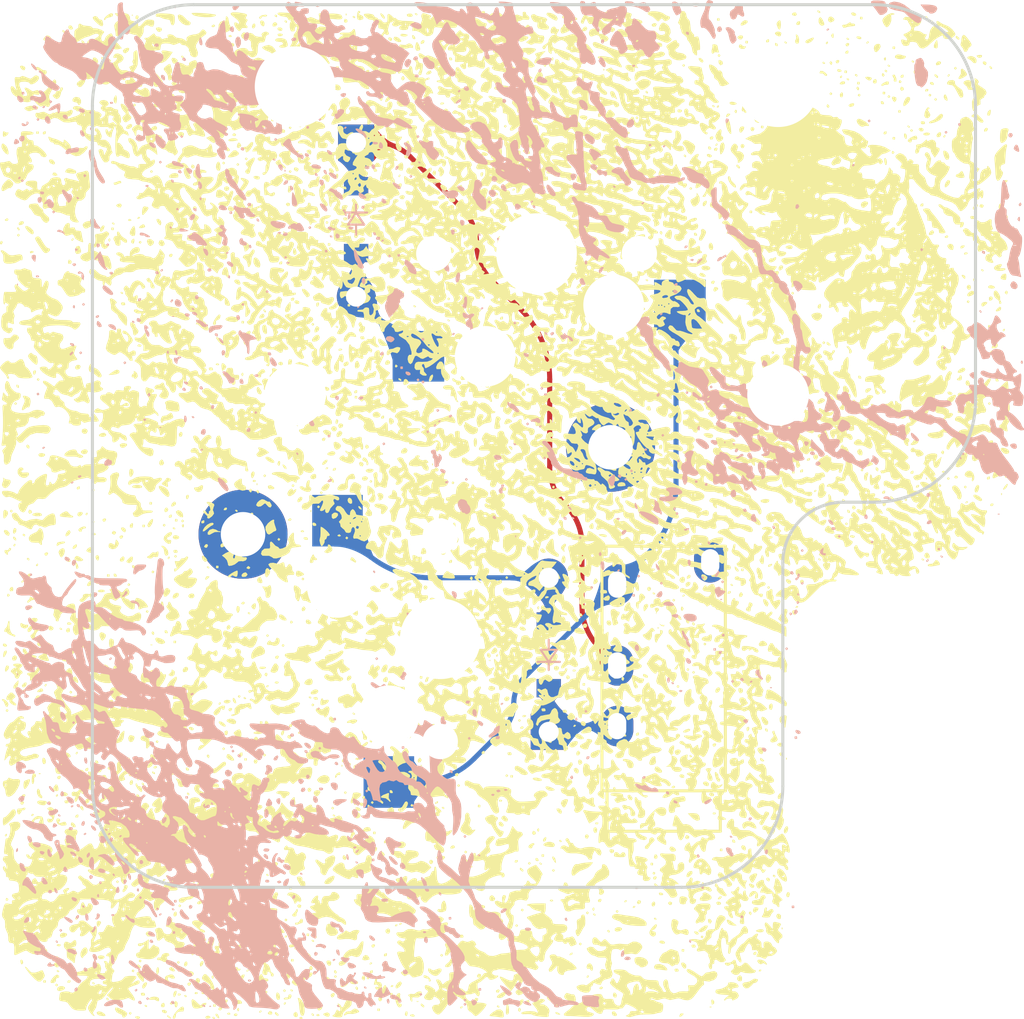
<source format=kicad_pcb>
(kicad_pcb (version 20221018) (generator pcbnew)
  (title_block (title "left") (rev "v1.0.0") (company "Unknown"))
  (layers (0 "F.Cu" signal) (31 "B.Cu" signal) (34 "B.Paste" user) (35 "F.Paste" user) (36 "B.SilkS" user "B.Silkscreen") (37 "F.SilkS" user "F.Silkscreen") (38 "B.Mask" user) (39 "F.Mask" user) (44 "Edge.Cuts" user))
  (net 0 "")
  (net 1 "rest_boat")
  (net 2 "reach_boat")
  (net 3 "T_COL")
  (net 4 "R2")
  (net 5 "R1")
  (footprint "MX_Only:MXOnly-1.5U-Hotswap" (layer "F.Cu") (at 95.863995 66.756237 90)
    (fp_text reference "S22")
    (fp_text value "")
    (pad "" np_thru_hole circle (at -5.08 0 138.0996) (size 1.75 1.75) (drill 1.75) (layers "F&B.Cu" "*.Mask"))
    (pad "" np_thru_hole circle (at -3.81 -2.54 90) (size 3 3) (drill 3) (layers "F&B.Cu" "*.Mask"))
    (pad "" np_thru_hole circle (at 0 0 90) (size 3.9878 3.9878) (drill 3.9878) (layers "F&B.Cu" "*.Mask"))
    (pad "" np_thru_hole circle (at 2.54 -5.08 90) (size 3 3) (drill 3) (layers "F&B.Cu" "*.Mask"))
    (pad "" np_thru_hole circle (at 5.08 0 138.0996) (size 1.75 1.75) (drill 1.75) (layers "F&B.Cu" "*.Mask"))
    (pad "1" smd rect (at -7.085 -2.54 90) (size 2.55 2.5) (layers "B.Cu" "B.Paste" "B.Mask") (net 3 "T_COL"))
    (pad "2" smd rect (at 5.842 -5.08 90) (size 2.55 2.5) (layers "B.Cu" "B.Paste" "B.Mask") (net 1 "rest_boat"))
  )
  (footprint "MX_Only:MXOnly-2U-Hotswap" (layer "F.Cu") (at 100.626495 47.706255 180)
    (fp_text reference "S23")
    (fp_text value "")
    (pad "" np_thru_hole circle (at -11.938 -6.985 180) (size 3.048 3.048) (drill 3.048) (layers "F&B.Cu" "*.Mask"))
    (pad "" np_thru_hole circle (at -11.938 8.255 180) (size 3.9878 3.9878) (drill 3.9878) (layers "F&B.Cu" "*.Mask"))
    (pad "" np_thru_hole circle (at -5.08 0 228.0996) (size 1.75 1.75) (drill 1.75) (layers "F&B.Cu" "*.Mask"))
    (pad "" np_thru_hole circle (at -3.81 -2.54 180) (size 3 3) (drill 3) (layers "F&B.Cu" "*.Mask"))
    (pad "" np_thru_hole circle (at 0 0 180) (size 3.9878 3.9878) (drill 3.9878) (layers "F&B.Cu" "*.Mask"))
    (pad "" np_thru_hole circle (at 2.54 -5.08 180) (size 3 3) (drill 3) (layers "F&B.Cu" "*.Mask"))
    (pad "" np_thru_hole circle (at 5.08 0 228.0996) (size 1.75 1.75) (drill 1.75) (layers "F&B.Cu" "*.Mask"))
    (pad "" np_thru_hole circle (at 11.938 -6.985 180) (size 3.048 3.048) (drill 3.048) (layers "F&B.Cu" "*.Mask"))
    (pad "" np_thru_hole circle (at 11.938 8.255 180) (size 3.9878 3.9878) (drill 3.9878) (layers "F&B.Cu" "*.Mask"))
    (pad "1" smd rect (at -7.085 -2.54 180) (size 2.55 2.5) (layers "B.Cu" "B.Paste" "B.Mask") (net 3 "T_COL"))
    (pad "2" smd rect (at 5.842 -5.08 180) (size 2.55 2.5) (layers "B.Cu" "B.Paste" "B.Mask") (net 2 "reach_boat"))
  )
  (footprint "LOGO" (layer "F.Cu") (at 99.08055 60.650681 90)
    (fp_text reference "G***" (at 0 0 90) (layer "F.SilkS") (effects (font (size 1.5 1.5) (thickness 0.3))))
    (fp_text value "LOGO" hide)
  )
  (footprint "Keebio-Parts:TRRS-PJ-320A" (layer "F.Cu") (at 106.909258 74.276114 180)
    (fp_text reference "REF**")
    (fp_text value "TRRS-PJ-320A")
    (pad "" np_thru_hole circle (at 0 1.6 180) (size 0.8 0.8) (drill 0.8) (layers "*.Cu" "*.Mask"))
    (pad "" np_thru_hole circle (at 0 8.6 180) (size 0.8 0.8) (drill 0.8) (layers "*.Cu" "*.Mask"))
    (pad "1" thru_hole oval (at -2.3 11.3 180) (size 1.6 2) (drill oval 0.9 1.3) (layers "*.Cu" "*.Mask"))
    (pad "2" thru_hole oval (at 2.3 10.2 180) (size 1.6 2) (drill oval 0.9 1.3) (layers "*.Cu" "*.Mask") (net 3 "T_COL"))
    (pad "3" thru_hole oval (at 2.3 6.2 180) (size 1.6 2) (drill oval 0.9 1.3) (layers "*.Cu" "*.Mask") (net 5 "R1"))
    (pad "4" thru_hole oval (at 2.3 3.2 180) (size 1.6 2) (drill oval 0.9 1.3) (layers "*.Cu" "*.Mask") (net 4 "R2"))
  )
  (footprint "" (layer "B.Cu") (at 104.283768 57.283751 -90)
    (fp_text reference "" (at 0 0 90) (layer "B.SilkS") (effects (font (size 1.27 1.27)) (justify mirror)))
    (fp_text value "" (at 0 0 90) (layer "B.SilkS") (effects (font (size 1.27 1.27)) (justify mirror)))
    (pad "0" thru_hole circle (at 0 0) (size 4.4 4.4) (drill 2.2) (layers "*.Cu" "*.Mask"))
  )
  (footprint "ComboDiode" (layer "B.Cu") (at 91.702994 46.023607 -90)
    (fp_text reference "D23" hide)
    (fp_text value "" hide)
    (pad "1" thru_hole rect (at -3.81 0 270) (size 1.778 1.778) (drill 0.9906) (layers "*.Cu" "*.Mask") (net 5 "R1"))
    (pad "1" smd rect (at -1.65 0 270) (size 0.9 1.2) (layers "F.Cu" "F.Paste" "F.Mask") (net 5 "R1"))
    (pad "1" smd rect (at -1.65 0 270) (size 0.9 1.2) (layers "B.Cu" "B.Paste" "B.Mask") (net 5 "R1"))
    (pad "2" smd rect (at 1.65 0 270) (size 0.9 1.2) (layers "F.Cu" "F.Paste" "F.Mask") (net 2 "reach_boat"))
    (pad "2" smd rect (at 1.65 0 270) (size 0.9 1.2) (layers "B.Cu" "B.Paste" "B.Mask") (net 2 "reach_boat"))
    (pad "2" thru_hole circle (at 3.81 0 270) (size 1.905 1.905) (drill 0.9906) (layers "*.Cu" "*.Mask") (net 2 "reach_boat"))
  )
  (footprint "ComboDiode" (layer "B.Cu") (at 101.227995 67.550011 90)
    (fp_text reference "D22" hide)
    (fp_text value "" hide)
    (pad "1" thru_hole rect (at -3.81 0 90) (size 1.778 1.778) (drill 0.9906) (layers "*.Cu" "*.Mask") (net 4 "R2"))
    (pad "1" smd rect (at -1.65 0 90) (size 0.9 1.2) (layers "F.Cu" "F.Paste" "F.Mask") (net 4 "R2"))
    (pad "1" smd rect (at -1.65 0 90) (size 0.9 1.2) (layers "B.Cu" "B.Paste" "B.Mask") (net 4 "R2"))
    (pad "2" smd rect (at 1.65 0 90) (size 0.9 1.2) (layers "F.Cu" "F.Paste" "F.Mask") (net 1 "rest_boat"))
    (pad "2" smd rect (at 1.65 0 90) (size 0.9 1.2) (layers "B.Cu" "B.Paste" "B.Mask") (net 1 "rest_boat"))
    (pad "2" thru_hole circle (at 3.81 0 90) (size 1.905 1.905) (drill 0.9906) (layers "*.Cu" "*.Mask") (net 1 "rest_boat"))
  )
  (footprint "LOGO" (layer "B.Cu") (at 99.688599 60.140469 -90)
    (fp_text reference "G***" hide)
    (fp_text value "LOGO" hide)
  )
  (footprint "" (layer "B.Cu") (at 86.115007 61.587497 -90)
    (fp_text reference "" (at 0 0 90) (layer "B.SilkS") (effects (font (size 1.27 1.27)) (justify mirror)))
    (fp_text value "" (at 0 0 90) (layer "B.SilkS") (effects (font (size 1.27 1.27)) (justify mirror)))
    (pad "0" thru_hole circle (at 0 0) (size 4.4 4.4) (drill 2.2) (layers "*.Cu" "*.Mask"))
  )
  (gr_arc (start 117.324995 35.39375) (mid 120.860612 36.858139) (end 122.324998 40.393744) (stroke (width 0.15)) (layer "Edge.Cuts"))
  (gr_line (start 112.8 74.05) (end 112.800005 63.000017) (stroke (width 0.15)) (layer "Edge.Cuts"))
  (gr_arc (start 83.668746 79.050001) (mid 80.133255 77.585506) (end 78.668752 74.050006) (stroke (width 0.15)) (layer "Edge.Cuts"))
  (gr_arc (start 78.668763 40.393742) (mid 80.133225 36.858217) (end 83.668747 35.393748) (stroke (width 0.15)) (layer "Edge.Cuts"))
  (gr_arc (start 112.8 74.05) (mid 111.335519 77.585509) (end 107.80001 79.049996) (stroke (width 0.15)) (layer "Edge.Cuts"))
  (gr_line (start 115.800014 59.999998) (end 117.325003 59.999992) (stroke (width 0.15)) (layer "Edge.Cuts"))
  (gr_line (start 83.668747 35.393748) (end 117.324995 35.39375) (stroke (width 0.15)) (layer "Edge.Cuts"))
  (gr_arc (start 122.325004 55.000003) (mid 120.860555 58.53555) (end 117.325003 59.999992) (stroke (width 0.15)) (layer "Edge.Cuts"))
  (gr_line (start 107.80001 79.049996) (end 83.668746 79.050001) (stroke (width 0.15)) (layer "Edge.Cuts"))
  (gr_line (start 122.324998 40.393744) (end 122.325004 55.000003) (stroke (width 0.15)) (layer "Edge.Cuts"))
  (gr_arc (start 112.800005 63.000017) (mid 113.678693 60.878693) (end 115.800014 59.999998) (stroke (width 0.15)) (layer "Edge.Cuts"))
  (gr_line (start 78.668752 74.050006) (end 78.668763 40.393742) (stroke (width 0.15)) (layer "Edge.Cuts"))
  (segment (start 101.227999 65.899995) (end 101.227997 63.739998) (width 0.25) (layer "F.Cu") (net 1))
  (segment (start 92.004619 62.327115) (end 90.591753 60.914248) (width 0.25) (layer "B.Cu") (net 1))
  (segment (start 101.227997 63.739998) (end 101.227999 65.899995) (width 0.25) (layer "B.Cu") (net 1))
  (segment (start 95.415603 63.739999) (end 101.227997 63.739998) (width 0.25) (layer "B.Cu") (net 1))
  (arc (start 95.415603 63.739999) (mid 93.569596 63.372804) (end 92.004619 62.327115) (width 0.25) (layer "B.Cu") (net 1))
  (segment (start 91.703003 47.673607) (end 91.703005 49.8336) (width 0.25) (layer "F.Cu") (net 2))
  (segment (start 91.703005 49.8336) (end 91.703003 47.673607) (width 0.25) (layer "B.Cu") (net 2))
  (segment (start 94.592247 52.754557) (end 94.592258 52.786261) (width 0.25) (layer "B.Cu") (net 2))
  (segment (start 94.56983 52.700438) (end 91.703005 49.8336) (width 0.25) (layer "B.Cu") (net 2))
  (arc (start 94.592247 52.754557) (mid 94.586425 52.72527) (end 94.56983 52.700438) (width 0.25) (layer "B.Cu") (net 2))
  (segment (start 107.519249 59.108428) (end 107.519247 50.246245) (width 0.25) (layer "B.Cu") (net 3))
  (segment (start 106.064252 62.621102) (end 104.609252 64.07609) (width 0.25) (layer "B.Cu") (net 3))
  (segment (start 97.530596 72.692256) (end 98.955659 71.26719) (width 0.25) (layer "B.Cu") (net 3))
  (segment (start 100.042845 68.642514) (end 104.609252 64.07609) (width 0.25) (layer "B.Cu") (net 3))
  (segment (start 94.756677 73.841251) (end 93.131754 73.841249) (width 0.25) (layer "B.Cu") (net 3))
  (arc (start 97.530596 72.692256) (mid 96.257905 73.542633) (end 94.756677 73.841251) (width 0.25) (layer "B.Cu") (net 3))
  (arc (start 98.955659 71.26719) (mid 99.357982 70.665091) (end 99.499246 69.954844) (width 0.25) (layer "B.Cu") (net 3))
  (arc (start 107.519249 59.108428) (mid 107.141118 61.009473) (end 106.064252 62.621102) (width 0.25) (layer "B.Cu") (net 3))
  (arc (start 100.042845 68.642514) (mid 99.640519 69.244615) (end 99.499246 69.954844) (width 0.25) (layer "B.Cu") (net 3))
  (segment (start 101.227999 71.359999) (end 101.228007 69.200006) (width 0.25) (layer "F.Cu") (net 4))
  (segment (start 101.228001 71.159265) (end 101.228007 69.200006) (width 0.25) (layer "B.Cu") (net 4))
  (segment (start 101.712659 71.076104) (end 104.60925 71.07609) (width 0.25) (layer "B.Cu") (net 4))
  (arc (start 101.712659 71.076104) (mid 101.527181 71.113002) (end 101.36995 71.218047) (width 0.25) (layer "B.Cu") (net 4))
  (arc (start 101.228001 71.159265) (mid 101.279333 71.236077) (end 101.36995 71.218047) (width 0.25) (layer "B.Cu") (net 4))
  (segment (start 102.869247 65.105745) (end 102.869253 62.094986) (width 0.25) (layer "F.Cu") (net 5))
  (segment (start 96.931357 45.465704) (end 94.377953 42.912313) (width 0.25) (layer "F.Cu") (net 5))
  (segment (start 103.739256 67.20609) (end 104.609251 68.076103) (width 0.25) (layer "F.Cu") (net 5))
  (segment (start 98.407153 49.028616) (end 99.841296 50.462763) (width 0.25) (layer "F.Cu") (net 5))
  (segment (start 101.275458 53.925112) (end 101.275455 58.247224) (width 0.25) (layer "F.Cu") (net 5))
  (segment (start 91.702999 42.213601) (end 91.702998 44.373589) (width 0.25) (layer "F.Cu") (net 5))
  (segment (start 92.691118 42.213596) (end 91.702999 42.213601) (width 0.25) (layer "F.Cu") (net 5))
  (arc (start 102.072363 60.171094) (mid 102.66215 61.053788) (end 102.869253 62.094986) (width 0.25) (layer "F.Cu") (net 5))
  (arc (start 101.275458 53.925112) (mid 100.902728 52.051304) (end 99.841296 50.462763) (width 0.25) (layer "F.Cu") (net 5))
  (arc (start 102.072363 60.171094) (mid 101.482559 59.288423) (end 101.275455 58.247224) (width 0.25) (layer "F.Cu") (net 5))
  (arc (start 97.669254 47.247152) (mid 97.861025 48.211266) (end 98.407153 49.028616) (width 0.25) (layer "F.Cu") (net 5))
  (arc (start 97.669254 47.247152) (mid 97.477475 46.28304) (end 96.931357 45.465704) (width 0.25) (layer "F.Cu") (net 5))
  (arc (start 103.739256 67.20609) (mid 103.095361 66.242438) (end 102.869247 65.105745) (width 0.25) (layer "F.Cu") (net 5))
  (arc (start 94.377953 42.912313) (mid 93.604043 42.3952) (end 92.691118 42.213596) (width 0.25) (layer "F.Cu") (net 5))
  (segment (start 91.702998 44.373589) (end 91.702999 42.213601) (width 0.25) (layer "B.Cu") (net 5))
)
</source>
